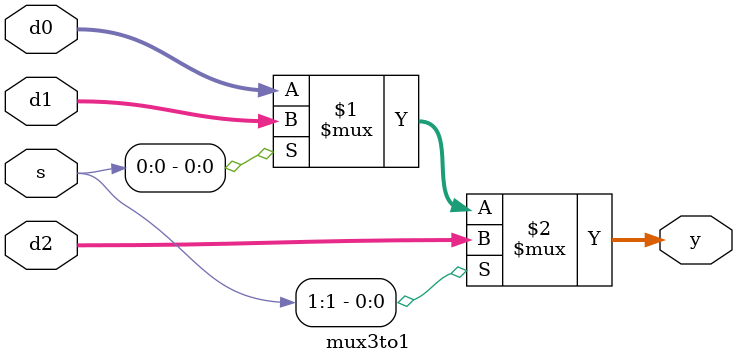
<source format=sv>
`timescale 1ns / 1ps


module mux3to1(input logic [31:0] d0,d1,d2,
                 input logic [1:0] s,
                 output logic [31:0] y);
                 assign y=s[1]?d2:(s[0]?d1:d0);
                 
endmodule

</source>
